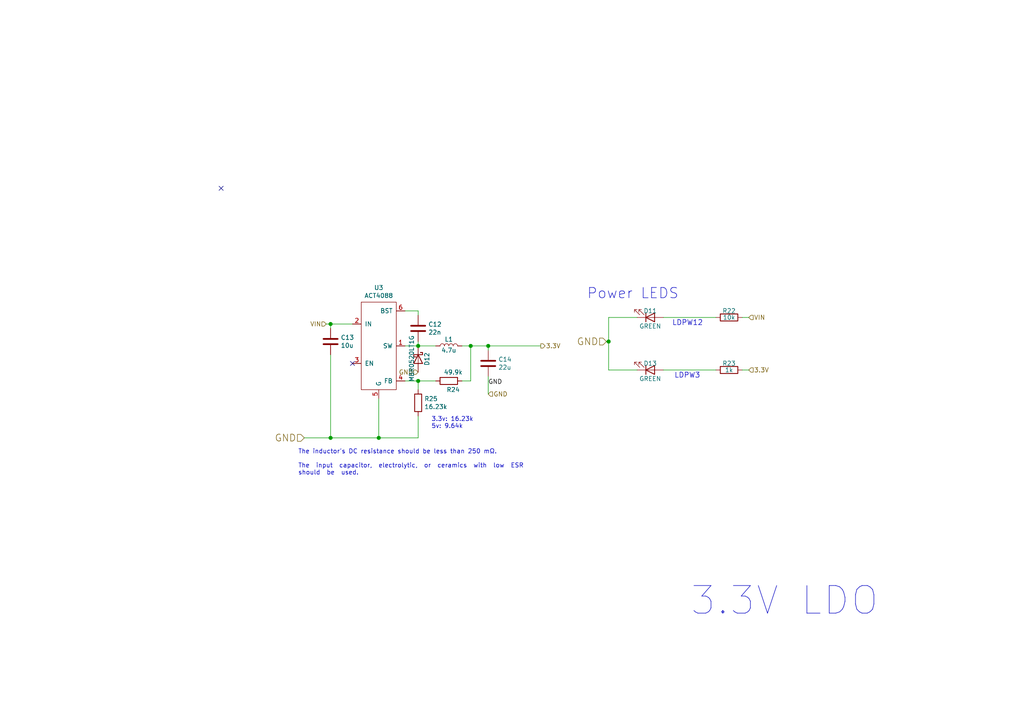
<source format=kicad_sch>
(kicad_sch (version 20201015) (generator eeschema)
  (page 1 5)
  (paper "A4")
  (lib_symbols
    (symbol "ACT4088:ACT4088" (pin_names (offset 1.016))
      (property "Reference" "U" (at 0 -6.35 0))
      (property "Value" "ACT4088" (at 0 5.08 0))
      (symbol "ACT4088_0_1"
        (rectangle (start -5.08 13.97) (end 5.08 -11.43))
      )
      (symbol "ACT4088_1_1"
        (pin power_out line (at 7.62 1.27 180) (length 2.54) (name "SW") (number "1"))
        (pin power_in line (at -7.62 7.62 0) (length 2.54) (name "IN") (number "2"))
        (pin input line (at -7.62 -3.81 0) (length 2.54) (name "EN") (number "3"))
        (pin input line (at 7.62 -8.89 180) (length 2.54) (name "FB") (number "4"))
        (pin passive line (at 0 -13.97 90) (length 2.54) (name "G") (number "5"))
        (pin input line (at 7.62 11.43 180) (length 2.54) (name "BST") (number "6"))
      )
    )
    (symbol "Device:C" (pin_numbers hide) (pin_names (offset 0.254))
      (property "Reference" "C" (at 0.635 2.54 0))
      (property "Value" "C" (at 0.635 -2.54 0))
      (symbol "C_0_1"
        (polyline (pts (xy -2.032 -0.762) (xy 2.032 -0.762)) (stroke (width 0.508)))
        (polyline (pts (xy -2.032 0.762) (xy 2.032 0.762)) (stroke (width 0.508)))
      )
      (symbol "C_1_1"
        (pin passive line (at 0 3.81 270) (length 2.794) (name "~") (number "1"))
        (pin passive line (at 0 -3.81 90) (length 2.794) (name "~") (number "2"))
      )
    )
    (symbol "Device:D_Schottky" (pin_numbers hide) (pin_names (offset 1.016) hide)
      (property "Reference" "D" (at 0 2.54 0))
      (property "Value" "D_Schottky" (at 0 -2.54 0))
      (symbol "D_Schottky_0_1"
        (polyline (pts (xy 1.27 0) (xy -1.27 0)))
        (polyline (pts (xy 1.27 1.27) (xy 1.27 -1.27) (xy -1.27 0) (xy 1.27 1.27)) (stroke (width 0.254)))
        (polyline (pts (xy -1.905 0.635) (xy -1.905 1.27) (xy -1.27 1.27) (xy -1.27 -1.27) (xy -0.635 -1.27) (xy -0.635 -0.635)) (stroke (width 0.254)))
      )
      (symbol "D_Schottky_1_1"
        (pin passive line (at -3.81 0 0) (length 2.54) (name "K") (number "1"))
        (pin passive line (at 3.81 0 180) (length 2.54) (name "A") (number "2"))
      )
    )
    (symbol "Device:L" (pin_numbers hide) (pin_names (offset 1.016) hide)
      (property "Reference" "L" (at -1.27 0 90))
      (property "Value" "L" (at 1.905 0 90))
      (symbol "L_0_1"
        (arc (start 0 -2.54) (end 0 -1.27) (radius (at 0 -1.905) (length 0.635) (angles -89.9 89.9)))
        (arc (start 0 -1.27) (end 0 0) (radius (at 0 -0.635) (length 0.635) (angles -89.9 89.9)))
        (arc (start 0 0) (end 0 1.27) (radius (at 0 0.635) (length 0.635) (angles -89.9 89.9)))
        (arc (start 0 1.27) (end 0 2.54) (radius (at 0 1.905) (length 0.635) (angles -89.9 89.9)))
      )
      (symbol "L_1_1"
        (pin passive line (at 0 3.81 270) (length 1.27) (name "1") (number "1"))
        (pin passive line (at 0 -3.81 90) (length 1.27) (name "2") (number "2"))
      )
    )
    (symbol "Device:LED" (pin_numbers hide) (pin_names (offset 1.016) hide)
      (property "Reference" "D" (at 0 2.54 0))
      (property "Value" "LED" (at 0 -2.54 0))
      (symbol "LED_0_1"
        (polyline (pts (xy -1.27 -1.27) (xy -1.27 1.27)) (stroke (width 0.254)))
        (polyline (pts (xy -1.27 0) (xy 1.27 0)))
        (polyline (pts (xy 1.27 -1.27) (xy 1.27 1.27) (xy -1.27 0) (xy 1.27 -1.27)) (stroke (width 0.254)))
        (polyline (pts (xy -3.048 -0.762) (xy -4.572 -2.286) (xy -3.81 -2.286) (xy -4.572 -2.286) (xy -4.572 -1.524)))
        (polyline (pts (xy -1.778 -0.762) (xy -3.302 -2.286) (xy -2.54 -2.286) (xy -3.302 -2.286) (xy -3.302 -1.524)))
      )
      (symbol "LED_1_1"
        (pin passive line (at -3.81 0 0) (length 2.54) (name "K") (number "1"))
        (pin passive line (at 3.81 0 180) (length 2.54) (name "A") (number "2"))
      )
    )
    (symbol "Device:R" (pin_numbers hide) (pin_names (offset 0))
      (property "Reference" "R" (at 2.032 0 90))
      (property "Value" "R" (at 0 0 90))
      (symbol "R_0_1"
        (rectangle (start -1.016 -2.54) (end 1.016 2.54) (stroke (width 0.254)))
      )
      (symbol "R_1_1"
        (pin passive line (at 0 3.81 270) (length 1.27) (name "~") (number "1"))
        (pin passive line (at 0 -3.81 90) (length 1.27) (name "~") (number "2"))
      )
    )
  )
  (junction (at 95.885 93.98) (diameter 1.016))
  (junction (at 95.885 127) (diameter 1.016))
  (junction (at 109.855 127) (diameter 1.016))
  (junction (at 121.285 100.33) (diameter 1.016))
  (junction (at 121.285 110.49) (diameter 1.016))
  (junction (at 136.525 100.33) (diameter 1.016))
  (junction (at 141.605 100.33) (diameter 1.016))
  (junction (at 176.53 99.06) (diameter 1.016))
  (no_connect (at 102.235 105.41))
  (no_connect (at 64.135 54.61))
  (wire (pts (xy 94.615 93.98) (xy 95.885 93.98)))
  (wire (pts (xy 95.885 95.25) (xy 95.885 93.98)))
  (wire (pts (xy 95.885 102.87) (xy 95.885 127)))
  (wire (pts (xy 95.885 127) (xy 88.265 127)))
  (wire (pts (xy 95.885 127) (xy 109.855 127)))
  (wire (pts (xy 102.235 93.98) (xy 95.885 93.98)))
  (wire (pts (xy 109.855 115.57) (xy 109.855 127)))
  (wire (pts (xy 109.855 127) (xy 121.285 127)))
  (wire (pts (xy 117.475 90.17) (xy 121.285 90.17)))
  (wire (pts (xy 117.475 110.49) (xy 121.285 110.49)))
  (wire (pts (xy 121.285 90.17) (xy 121.285 91.44)))
  (wire (pts (xy 121.285 99.06) (xy 121.285 100.33)))
  (wire (pts (xy 121.285 100.33) (xy 117.475 100.33)))
  (wire (pts (xy 121.285 110.49) (xy 126.365 110.49)))
  (wire (pts (xy 121.285 113.03) (xy 121.285 110.49)))
  (wire (pts (xy 121.285 120.65) (xy 121.285 127)))
  (wire (pts (xy 126.365 100.33) (xy 121.285 100.33)))
  (wire (pts (xy 133.985 110.49) (xy 136.525 110.49)))
  (wire (pts (xy 136.525 100.33) (xy 133.985 100.33)))
  (wire (pts (xy 136.525 100.33) (xy 141.605 100.33)))
  (wire (pts (xy 136.525 110.49) (xy 136.525 100.33)))
  (wire (pts (xy 141.605 100.33) (xy 141.605 101.6)))
  (wire (pts (xy 141.605 100.33) (xy 156.845 100.33)))
  (wire (pts (xy 141.605 109.22) (xy 141.605 114.3)))
  (wire (pts (xy 176.53 92.075) (xy 176.53 99.06)))
  (wire (pts (xy 176.53 92.075) (xy 184.785 92.075)))
  (wire (pts (xy 176.53 99.06) (xy 175.895 99.06)))
  (wire (pts (xy 176.53 99.06) (xy 176.53 107.315)))
  (wire (pts (xy 176.53 107.315) (xy 184.785 107.315)))
  (wire (pts (xy 192.405 92.075) (xy 207.645 92.075)))
  (wire (pts (xy 192.405 107.315) (xy 207.645 107.315)))
  (wire (pts (xy 217.17 92.075) (xy 215.265 92.075)))
  (wire (pts (xy 217.17 107.315) (xy 215.265 107.315)))
  (text "The inductor's DC resistance should be less than 250 mΩ.\n\nThe  input  capacitor,  electrolytic,  or  ceramics  with  low  ESR\nshould  be  used." (at 86.4616 137.9474 0) (effects (font (size 1.27 1.27)) (justify left bottom)))
  (text "3.3v: 16.23k\n5v: 9.64k" (at 125.095 124.46 0) (effects (font (size 1.27 1.27)) (justify left bottom)))
  (text "Power LEDS" (at 170.18 86.995 0) (effects (font (size 2.9972 2.9972)) (justify left bottom)))
  (text "LDPW12\n" (at 194.945 94.615 0) (effects (font (size 1.4986 1.4986)) (justify left bottom)))
  (text "LDPW3\n" (at 195.58 109.855 0) (effects (font (size 1.4986 1.4986)) (justify left bottom)))
  (text "3.3V LDO" (at 200.025 179.07 0) (effects (font (size 8.001 8.001)) (justify left bottom)))
  (label "GND" (at 141.605 111.76 0))
  (hierarchical_label "GND" (shape input) (at 88.265 127 180) (effects (font (size 2.0066 2.0066))))
  (hierarchical_label "VIN" (shape input) (at 94.615 93.98 180))
  (hierarchical_label "GND" (shape input) (at 121.285 107.95 180) (effects (font (size 1.2954 1.2954))))
  (hierarchical_label "GND" (shape input) (at 141.605 114.3 0) (effects (font (size 1.2954 1.2954))))
  (hierarchical_label "3.3V" (shape output) (at 156.845 100.33 0))
  (hierarchical_label "GND" (shape input) (at 175.895 99.06 180) (effects (font (size 2.0066 2.0066))))
  (hierarchical_label "VIN" (shape input) (at 217.17 92.075 0) (effects (font (size 1.2954 1.2954))))
  (hierarchical_label "3.3V" (shape input) (at 217.17 107.315 0) (effects (font (size 1.2954 1.2954))))
  (symbol (lib_id "Device:L") (at 130.175 100.33 90) (unit 1)
    (property "Reference" "L1" (at 130.175 98.425 90))
    (property "Value" "4.7u" (at 130.175 101.6 90))
    (property "Footprint" "Inductor_SMD:L_0805_2012Metric_Pad1.15x1.40mm_HandSolder" (effects hide))
    (property "Datasheet" "https://www.mouser.com/datasheet/2/396/mlci03_e-1523425.pdf" (effects hide))
    (property "Description" "Fixed Inductors 0805 4.7uH 280mOhms +/-20% 700mA HiCur" (effects hide))
    (property "MFN" "Taiyo Yuden " (effects hide))
    (property "MFP" "CKP2012N4R7M-T" (effects hide))
    (property "S1PL" "https://www.mouser.com/ProductDetail/Taiyo-Yuden/CKP2012N4R7M-T?qs=I6KAKw0tg2yv0trrzbAvhA%3D%3D" (effects hide))
    (property "S1PN" " 963-CKP2012N4R7M-T " (effects hide))
  )
  (symbol (lib_id "Device:R") (at 121.285 116.84 180) (unit 1)
    (property "Reference" "R25" (at 123.063 115.6716 0) (effects (justify right)))
    (property "Value" "16.23k" (at 123.063 117.983 0) (effects (justify right)))
    (property "Footprint" "Resistor_SMD:R_0805_2012Metric_Pad1.15x1.40mm_HandSolder" (effects hide))
    (property "Datasheet" "https://www.mouser.com/datasheet/2/315/AOA0000C304-1149620.pdf" (effects hide))
    (property "Description" "Thick Film Resistors - SMD 0805 16.2Kohms 1% AEC-Q200" (effects hide))
    (property "MFN" "Panasonic " (effects hide))
    (property "MFP" "ERJ-6ENF1622V" (effects hide))
    (property "S1PL" "https://www.mouser.com/ProductDetail/Panasonic/ERJ-6ENF1622V?qs=sGAEpiMZZMtlubZbdhIBINbsJb0hdM3zKmmABjaHwtM%3D" (effects hide))
    (property "S1PN" " 667-ERJ-6ENF1622V " (effects hide))
  )
  (symbol (lib_id "Device:R") (at 130.175 110.49 270) (unit 1)
    (property "Reference" "R24" (at 131.445 113.03 90))
    (property "Value" "49.9k" (at 131.445 107.95 90))
    (property "Footprint" "Resistor_SMD:R_0805_2012Metric_Pad1.15x1.40mm_HandSolder" (effects hide))
    (property "Datasheet" "https://www.mouser.com/datasheet/2/219/RK73H-1825326.pdf" (effects hide))
    (property "Description" "Thick Film Resistors - SMD .125watt 49.9kohms 1% 0805 100ppm" (effects hide))
    (property "MFN" "KOA Speer " (effects hide))
    (property "MFP" "RK73H2ATTD4992F " (effects hide))
    (property "S1PL" "https://www.mouser.com/ProductDetail/KOA-Speer/RK73H2ATTD4992F?qs=sGAEpiMZZMtlubZbdhIBIPHHA4tSuOuyusuxPBWaS8c%3D" (effects hide))
    (property "S1PN" " 660-RK73H2ATTD4992F " (effects hide))
  )
  (symbol (lib_id "Device:R") (at 211.455 92.075 270) (unit 1)
    (property "Reference" "R22" (at 211.455 90.17 90))
    (property "Value" "10k" (at 211.455 92.075 90))
    (property "Footprint" "Resistor_SMD:R_0805_2012Metric_Pad1.15x1.40mm_HandSolder" (effects hide))
    (property "Datasheet" "https://www.mouser.com/datasheet/2/219/RK73H-1825326.pdf" (effects hide))
    (property "Description" "Thick Film Resistors - SMD 1/4W 10K OHM 1%" (effects hide))
    (property "MFN" "KOA Speer " (effects hide))
    (property "MFP" "RK73H2ATTD1002F" (effects hide))
    (property "S1PL" "https://www.mouser.com/ProductDetail/KOA-Speer/RK73H2ATTD1002F?qs=sGAEpiMZZMtlubZbdhIBIADEshVnklemK%252BhrLNEuMe8%3D" (effects hide))
    (property "S1PN" " 660-RK73H2ATTD1002F " (effects hide))
  )
  (symbol (lib_id "Device:R") (at 211.455 107.315 270) (unit 1)
    (property "Reference" "R23" (at 211.455 105.41 90))
    (property "Value" "1k" (at 211.455 107.315 90))
    (property "Footprint" "Resistor_SMD:R_0805_2012Metric_Pad1.15x1.40mm_HandSolder" (effects hide))
    (property "Datasheet" "https://www.mouser.com/datasheet/2/427/crcwce3-1762584.pdf" (effects hide))
    (property "Description" "Thick Film Resistors - SMD 1/8Watt 1Kohms 5% Commercial Use" (effects hide))
    (property "MFN" "Vishay / Dale " (effects hide))
    (property "MFP" "CRCW08051K00JNEAC " (effects hide))
    (property "S1PL" "https://www.mouser.com/ProductDetail/Vishay-Dale/CRCW08051K00JNEAC?qs=sGAEpiMZZMtlubZbdhIBIIZe04wfiaJWy7nwcSDiXks%3D" (effects hide))
    (property "S1PN" " 71-CRCW08051K00JNEAC " (effects hide))
  )
  (symbol (lib_id "Device:D_Schottky") (at 121.285 104.14 270) (unit 1)
    (property "Reference" "D12" (at 123.825 104.14 0))
    (property "Value" "MBR0520LT1G " (at 119.38 103.505 0))
    (property "Footprint" "Diode_SMD:D_SOD-123" (effects hide))
    (property "Datasheet" "https://www.mouser.com/datasheet/2/308/MBR0520LT1_D-1810808.pdf" (effects hide))
    (property "Description" "Schottky Diodes & Rectifiers 0.5A 20V " (effects hide))
    (property "MFN" "ON Semiconductor " (effects hide))
    (property "MFP" "MBR0520LT1G " (effects hide))
    (property "S1PL" "https://www.mouser.com/ProductDetail/ON-Semiconductor/MBR0520LT1G?qs=3JMERSakebqBWTiPUQp0nw%3D%3D" (effects hide))
    (property "S1PN" " 863-MBR0520LT1G " (effects hide))
  )
  (symbol (lib_id "Device:LED") (at 188.595 92.075 0) (mirror x) (unit 1)
    (property "Reference" "D11" (at 188.595 90.17 0))
    (property "Value" "GREEN" (at 188.595 94.615 0))
    (property "Footprint" "LED_SMD:LED_0805_2012Metric_Pad1.15x1.40mm_HandSolder" (effects hide))
    (property "Datasheet" "https://www.mouser.com/datasheet/2/445/150080GS75000-1715657.pdf" (effects hide))
    (property "Description" "Standard LEDs - SMD WL-SMCW SMDMono TpVw Waterclr 0805 Green " (effects hide))
    (property "MFN" "Wurth Elektronik " (effects hide))
    (property "MFP" "150080GS75000 " (effects hide))
    (property "S1PL" "https://www.mouser.com/ProductDetail/Wurth-Elektronik/150080GS75000?qs=2kOmHSv6VfQRoTEZVk1mGA%3D%3D" (effects hide))
    (property "S1PN" " 710-150080GS75000 " (effects hide))
  )
  (symbol (lib_id "Device:LED") (at 188.595 107.315 0) (mirror x) (unit 1)
    (property "Reference" "D13" (at 188.595 105.41 0))
    (property "Value" "GREEN" (at 188.595 109.855 0))
    (property "Footprint" "LED_SMD:LED_0805_2012Metric_Pad1.15x1.40mm_HandSolder" (effects hide))
    (property "Datasheet" "https://www.mouser.com/datasheet/2/445/150080GS75000-1715657.pdf" (effects hide))
    (property "Description" "Standard LEDs - SMD WL-SMCW SMDMono TpVw Waterclr 0805 Green " (effects hide))
    (property "MFN" "Wurth Elektronik " (effects hide))
    (property "MFP" "150080GS75000 " (effects hide))
    (property "S1PL" "https://www.mouser.com/ProductDetail/Wurth-Elektronik/150080GS75000?qs=2kOmHSv6VfQRoTEZVk1mGA%3D%3D" (effects hide))
    (property "S1PN" " 710-150080GS75000 " (effects hide))
  )
  (symbol (lib_id "Device:C") (at 95.885 99.06 0) (unit 1)
    (property "Reference" "C13" (at 98.806 97.8916 0) (effects (justify left)))
    (property "Value" "10u" (at 98.806 100.203 0) (effects (justify left)))
    (property "Footprint" "Capacitor_SMD:C_0805_2012Metric_Pad1.15x1.40mm_HandSolder" (effects hide))
    (property "Datasheet" "https://www.mouser.com/datasheet/2/585/MLCC-1837944.pdf" (effects hide))
    (property "MFN" "Samsung Electro-Mechanics " (effects hide))
    (property "MFP" "CL21A106KOQNNNG " (effects hide))
    (property "S1PL" "https://www.mouser.com/ProductDetail/Samsung-Electro-Mechanics/CL21A106KOQNNNG?qs=hqM3L16%252BxlcMWI7QbqH0LA%3D%3D" (effects hide))
    (property "S1PN" " 187-CL21A106KOQNNNG " (effects hide))
    (property "Description" "Multilayer Ceramic Capacitors MLCC - SMD/SMT 16V 10uF X5R 0805 10%" (effects hide))
  )
  (symbol (lib_id "Device:C") (at 121.285 95.25 0) (unit 1)
    (property "Reference" "C12" (at 124.206 94.0816 0) (effects (justify left)))
    (property "Value" "22n" (at 124.206 96.393 0) (effects (justify left)))
    (property "Footprint" "Capacitor_SMD:C_0805_2012Metric_Pad1.15x1.40mm_HandSolder" (effects hide))
    (property "Datasheet" "https://www.mouser.com/datasheet/2/445/885012207094-1727634.pdf" (effects hide))
    (property "Description" "Multilayer Ceramic Capacitors MLCC - SMD/SMT 50V WCAP-CSGP 0.022uF 0805 10% MLCC " (effects hide))
    (property "MFN" "Wurth Elektronik " (effects hide))
    (property "MFP" "885012207094 " (effects hide))
    (property "S1PL" "https://www.mouser.com/ProductDetail/Wurth-Elektronik/885012207094?qs=0KOYDY2FL2868KFEJBLp3w%3D%3D" (effects hide))
    (property "S1PN" " 710-885012207094 " (effects hide))
  )
  (symbol (lib_id "Device:C") (at 141.605 105.41 0) (unit 1)
    (property "Reference" "C14" (at 144.526 104.2416 0) (effects (justify left)))
    (property "Value" "22u" (at 144.526 106.553 0) (effects (justify left)))
    (property "Footprint" "Capacitor_SMD:C_0805_2012Metric_Pad1.15x1.40mm_HandSolder" (effects hide))
    (property "Datasheet" "https://www.mouser.com/datasheet/2/585/MLCC-1837944.pdf" (effects hide))
    (property "Description" "Multilayer Ceramic Capacitors MLCC - SMD/SMT 6.3V 22uF X5R 10% 0805" (effects hide))
    (property "MFN" "Samsung Electro-Mechanics " (effects hide))
    (property "MFP" "CL21A226KQCLRNC" (effects hide))
    (property "S1PL" "https://www.mouser.com/ProductDetail/Samsung-Electro-Mechanics/CL21A226KQCLRNC?qs=xZ%2FP%252Ba9zWqYG0ePGTF%2FymQ%3D%3D" (effects hide))
    (property "S1PN" " 187-CL21A226KQCLRNC " (effects hide))
  )
  (symbol (lib_id "ACT4088:ACT4088") (at 109.855 101.6 0) (unit 1)
    (property "Reference" "U3" (at 109.855 83.439 0))
    (property "Value" "ACT4088" (at 109.855 85.7504 0))
    (property "Footprint" "Package_TO_SOT_SMD:SOT-23-6_Handsoldering" (effects hide))
    (property "Datasheet" "https://www.mouser.com/datasheet/2/412/ACT4088_Data_Sheet-1714846.pdf" (effects hide))
    (property "Description" "Switching Voltage Regulators DC70DZUST, 12Vin Buck Converter " (effects hide))
    (property "MFN" "Qorvo " (effects hide))
    (property "MFP" "ACT4088US-T" (effects hide))
    (property "S1PL" "https://www.mouser.com/ProductDetail/Qorvo/ACT4088US-T?qs=%2Fha2pyFaduj3zC6esU%2F8%252BfzWZ4716qD%252Byca2A%252BeLaTI%3D" (effects hide))
    (property "S1PN" " 107-ACT4088US-T " (effects hide))
  )
)
</source>
